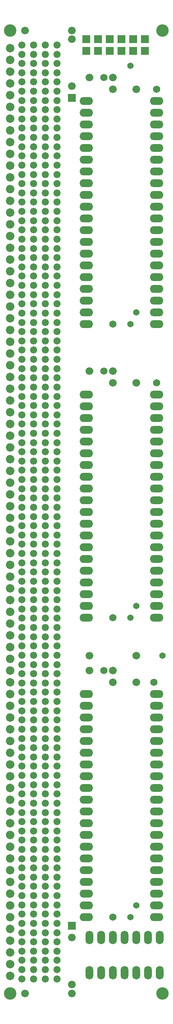
<source format=gbr>
G04 DesignSpark PCB Gerber Version 13.0 Build *
%FSLAX35Y35*%
%MOIN*%
%ADD79O,0.06600X0.11600*%
%ADD76R,0.06600X0.06600*%
%ADD72C,0.05400*%
%ADD78C,0.06112*%
%ADD29C,0.06200*%
%ADD77C,0.06600*%
%ADD75C,0.07214*%
%ADD73C,0.10600*%
%ADD74O,0.11600X0.06600*%
X0Y0D02*
D02*
D29*
X99221Y287750D03*
Y542750D03*
Y792750D03*
X106721Y77750D03*
Y332750D03*
Y582750D03*
X141721Y277750D03*
X144221Y532750D03*
Y782750D03*
D02*
D72*
X121721Y77750D03*
Y332750D03*
Y582750D03*
Y802750D03*
X126721Y87750D03*
Y342750D03*
Y592750D03*
X149221Y300250D03*
D02*
D73*
X19221Y12750D03*
Y832750D03*
X149221Y12750D03*
Y832750D03*
D02*
D74*
X84221Y77750D03*
Y87750D03*
Y97750D03*
Y107750D03*
Y117750D03*
Y127750D03*
Y137750D03*
Y147750D03*
Y157750D03*
Y167750D03*
Y177750D03*
Y187750D03*
Y197750D03*
Y207750D03*
Y217750D03*
Y227750D03*
Y237750D03*
Y247750D03*
Y257750D03*
Y267750D03*
Y332750D03*
Y342750D03*
Y352750D03*
Y362750D03*
Y372750D03*
Y382750D03*
Y392750D03*
Y402750D03*
Y412750D03*
Y422750D03*
Y432750D03*
Y442750D03*
Y452750D03*
Y462750D03*
Y472750D03*
Y482750D03*
Y492750D03*
Y502750D03*
Y512750D03*
Y522750D03*
Y582750D03*
Y592750D03*
Y602750D03*
Y612750D03*
Y622750D03*
Y632750D03*
Y642750D03*
Y652750D03*
Y662750D03*
Y672750D03*
Y682750D03*
Y692750D03*
Y702750D03*
Y712750D03*
Y722750D03*
Y732750D03*
Y742750D03*
Y752750D03*
Y762750D03*
Y772750D03*
X144221Y77750D03*
Y87750D03*
Y97750D03*
Y107750D03*
Y117750D03*
Y127750D03*
Y137750D03*
Y147750D03*
Y157750D03*
Y167750D03*
Y177750D03*
Y187750D03*
Y197750D03*
Y207750D03*
Y217750D03*
Y227750D03*
Y237750D03*
Y247750D03*
Y257750D03*
Y267750D03*
Y332750D03*
Y342750D03*
Y352750D03*
Y362750D03*
Y372750D03*
Y382750D03*
Y392750D03*
Y402750D03*
Y412750D03*
Y422750D03*
Y432750D03*
Y442750D03*
Y452750D03*
Y462750D03*
Y472750D03*
Y482750D03*
Y492750D03*
Y502750D03*
Y512750D03*
Y522750D03*
Y582750D03*
Y592750D03*
Y602750D03*
Y612750D03*
Y622750D03*
Y632750D03*
Y642750D03*
Y652750D03*
Y662750D03*
Y672750D03*
Y682750D03*
Y692750D03*
Y702750D03*
Y712750D03*
Y722750D03*
Y732750D03*
Y742750D03*
Y752750D03*
Y762750D03*
Y772750D03*
D02*
D75*
X19221Y27750D03*
Y37750D03*
Y47750D03*
Y57750D03*
Y67750D03*
Y77750D03*
Y87750D03*
Y97750D03*
Y107750D03*
Y117750D03*
Y127750D03*
Y137750D03*
Y147750D03*
Y157750D03*
Y167750D03*
Y177750D03*
Y187750D03*
Y197750D03*
Y207750D03*
Y217750D03*
Y227750D03*
Y237750D03*
Y247750D03*
Y257750D03*
Y267750D03*
Y277750D03*
Y287750D03*
Y297750D03*
Y307750D03*
Y317750D03*
Y327750D03*
Y337750D03*
Y347750D03*
Y357750D03*
Y367750D03*
Y377750D03*
Y387750D03*
Y397750D03*
Y407750D03*
Y417750D03*
Y427750D03*
Y437750D03*
Y447750D03*
Y457750D03*
Y467750D03*
Y477750D03*
Y487750D03*
Y497750D03*
Y507750D03*
Y517750D03*
Y527750D03*
Y537750D03*
Y547750D03*
Y557750D03*
Y567750D03*
Y577750D03*
Y587750D03*
Y597750D03*
Y607750D03*
Y617750D03*
Y627750D03*
Y637750D03*
Y647750D03*
Y657750D03*
Y667750D03*
Y677750D03*
Y687750D03*
Y697750D03*
Y707750D03*
Y717750D03*
Y727750D03*
Y737750D03*
Y747750D03*
Y757750D03*
Y767750D03*
Y777750D03*
Y787750D03*
Y797750D03*
Y807750D03*
Y817750D03*
D02*
D76*
X71721Y70250D03*
Y775250D03*
X84221Y815250D03*
Y825250D03*
X94221Y815250D03*
Y825250D03*
X104221Y815250D03*
Y825250D03*
X114221Y815250D03*
Y825250D03*
X124221Y815250D03*
Y825250D03*
X134221Y815250D03*
Y825250D03*
D02*
D77*
X31721Y12750D03*
Y832750D03*
X71721Y12750D03*
Y20250D03*
Y60250D03*
Y785250D03*
Y825250D03*
Y832750D03*
X86721Y287750D03*
Y300250D03*
Y542750D03*
Y792750D03*
X106721Y277750D03*
Y287750D03*
Y532750D03*
Y542750D03*
Y782750D03*
Y792750D03*
X126721Y277750D03*
Y300250D03*
Y532750D03*
Y782750D03*
D02*
D78*
X29221Y25112D03*
Y32986D03*
Y40860D03*
Y48734D03*
Y56608D03*
Y64482D03*
Y72356D03*
Y80230D03*
Y88104D03*
Y95978D03*
Y103852D03*
Y111726D03*
Y119600D03*
Y127474D03*
Y135348D03*
Y143222D03*
Y151096D03*
Y158970D03*
Y166844D03*
Y174719D03*
Y182593D03*
Y190467D03*
Y198341D03*
Y206215D03*
Y214089D03*
Y221963D03*
Y229837D03*
Y237711D03*
Y245585D03*
Y253459D03*
Y261333D03*
Y269207D03*
Y277081D03*
Y284955D03*
Y292829D03*
Y300703D03*
Y308577D03*
Y316451D03*
Y324325D03*
Y332199D03*
Y340073D03*
Y347947D03*
Y355821D03*
Y363695D03*
Y371569D03*
Y379443D03*
Y387317D03*
Y395191D03*
Y403065D03*
Y410939D03*
Y418813D03*
Y426687D03*
Y434561D03*
Y442435D03*
Y450309D03*
Y458183D03*
Y466057D03*
Y473931D03*
Y481805D03*
Y489679D03*
Y497553D03*
Y505427D03*
Y513301D03*
Y521175D03*
Y529049D03*
Y536923D03*
Y544797D03*
Y552671D03*
Y560545D03*
Y568419D03*
Y576293D03*
Y584167D03*
Y592041D03*
Y599915D03*
Y607789D03*
Y615663D03*
Y623537D03*
Y631411D03*
Y639285D03*
Y647159D03*
Y655033D03*
Y662907D03*
Y670781D03*
Y678656D03*
Y686530D03*
Y694404D03*
Y702278D03*
Y710152D03*
Y718026D03*
Y725900D03*
Y733774D03*
Y741648D03*
Y749522D03*
Y757396D03*
Y765270D03*
Y773144D03*
Y781018D03*
Y788892D03*
Y796766D03*
Y804640D03*
Y812514D03*
Y820388D03*
X39221Y25112D03*
Y32986D03*
Y40860D03*
Y48734D03*
Y56608D03*
Y64482D03*
Y72356D03*
Y80230D03*
Y88104D03*
Y95978D03*
Y103852D03*
Y111726D03*
Y119600D03*
Y127474D03*
Y135348D03*
Y143222D03*
Y151096D03*
Y158970D03*
Y166844D03*
Y174719D03*
Y182593D03*
Y190467D03*
Y198341D03*
Y206215D03*
Y214089D03*
Y221963D03*
Y229837D03*
Y237711D03*
Y245585D03*
Y253459D03*
Y261333D03*
Y269207D03*
Y277081D03*
Y284955D03*
Y292829D03*
Y300703D03*
Y308577D03*
Y316451D03*
Y324325D03*
Y332199D03*
Y340073D03*
Y347947D03*
Y355821D03*
Y363695D03*
Y371569D03*
Y379443D03*
Y387317D03*
Y395191D03*
Y403065D03*
Y410939D03*
Y418813D03*
Y426687D03*
Y434561D03*
Y442435D03*
Y450309D03*
Y458183D03*
Y466057D03*
Y473931D03*
Y481805D03*
Y489679D03*
Y497553D03*
Y505427D03*
Y513301D03*
Y521175D03*
Y529049D03*
Y536923D03*
Y544797D03*
Y552671D03*
Y560545D03*
Y568419D03*
Y576293D03*
Y584167D03*
Y592041D03*
Y599915D03*
Y607789D03*
Y615663D03*
Y623537D03*
Y631411D03*
Y639285D03*
Y647159D03*
Y655033D03*
Y662907D03*
Y670781D03*
Y678656D03*
Y686530D03*
Y694404D03*
Y702278D03*
Y710152D03*
Y718026D03*
Y725900D03*
Y733774D03*
Y741648D03*
Y749522D03*
Y757396D03*
Y765270D03*
Y773144D03*
Y781018D03*
Y788892D03*
Y796766D03*
Y804640D03*
Y812514D03*
Y820388D03*
X49221Y25112D03*
Y32986D03*
Y40860D03*
Y48734D03*
Y56608D03*
Y64482D03*
Y72356D03*
Y80230D03*
Y88104D03*
Y95978D03*
Y103852D03*
Y111726D03*
Y119600D03*
Y127474D03*
Y135348D03*
Y143222D03*
Y151096D03*
Y158970D03*
Y166844D03*
Y174719D03*
Y182593D03*
Y190467D03*
Y198341D03*
Y206215D03*
Y214089D03*
Y221963D03*
Y229837D03*
Y237711D03*
Y245585D03*
Y253459D03*
Y261333D03*
Y269207D03*
Y277081D03*
Y284955D03*
Y292829D03*
Y300703D03*
Y308577D03*
Y316451D03*
Y324325D03*
Y332199D03*
Y340073D03*
Y347947D03*
Y355821D03*
Y363695D03*
Y371569D03*
Y379443D03*
Y387317D03*
Y395191D03*
Y403065D03*
Y410939D03*
Y418813D03*
Y426687D03*
Y434561D03*
Y442435D03*
Y450309D03*
Y458183D03*
Y466057D03*
Y473931D03*
Y481805D03*
Y489679D03*
Y497553D03*
Y505427D03*
Y513301D03*
Y521175D03*
Y529049D03*
Y536923D03*
Y544797D03*
Y552671D03*
Y560545D03*
Y568419D03*
Y576293D03*
Y584167D03*
Y592041D03*
Y599915D03*
Y607789D03*
Y615663D03*
Y623537D03*
Y631411D03*
Y639285D03*
Y647159D03*
Y655033D03*
Y662907D03*
Y670781D03*
Y678656D03*
Y686530D03*
Y694404D03*
Y702278D03*
Y710152D03*
Y718026D03*
Y725900D03*
Y733774D03*
Y741648D03*
Y749522D03*
Y757396D03*
Y765270D03*
Y773144D03*
Y781018D03*
Y788892D03*
Y796766D03*
Y804640D03*
Y812514D03*
Y820388D03*
X59221Y25112D03*
Y32986D03*
Y40860D03*
Y48734D03*
Y56608D03*
Y64482D03*
Y72356D03*
Y80230D03*
Y88104D03*
Y95978D03*
Y103852D03*
Y111726D03*
Y119600D03*
Y127474D03*
Y135348D03*
Y143222D03*
Y151096D03*
Y158970D03*
Y166844D03*
Y174719D03*
Y182593D03*
Y190467D03*
Y198341D03*
Y206215D03*
Y214089D03*
Y221963D03*
Y229837D03*
Y237711D03*
Y245585D03*
Y253459D03*
Y261333D03*
Y269207D03*
Y277081D03*
Y284955D03*
Y292829D03*
Y300703D03*
Y308577D03*
Y316451D03*
Y324325D03*
Y332199D03*
Y340073D03*
Y347947D03*
Y355821D03*
Y363695D03*
Y371569D03*
Y379443D03*
Y387317D03*
Y395191D03*
Y403065D03*
Y410939D03*
Y418813D03*
Y426687D03*
Y434561D03*
Y442435D03*
Y450309D03*
Y458183D03*
Y466057D03*
Y473931D03*
Y481805D03*
Y489679D03*
Y497553D03*
Y505427D03*
Y513301D03*
Y521175D03*
Y529049D03*
Y536923D03*
Y544797D03*
Y552671D03*
Y560545D03*
Y568419D03*
Y576293D03*
Y584167D03*
Y592041D03*
Y599915D03*
Y607789D03*
Y615663D03*
Y623537D03*
Y631411D03*
Y639285D03*
Y647159D03*
Y655033D03*
Y662907D03*
Y670781D03*
Y678656D03*
Y686530D03*
Y694404D03*
Y702278D03*
Y710152D03*
Y718026D03*
Y725900D03*
Y733774D03*
Y741648D03*
Y749522D03*
Y757396D03*
Y765270D03*
Y773144D03*
Y781018D03*
Y788892D03*
Y796766D03*
Y804640D03*
Y812514D03*
Y820388D03*
D02*
D79*
X86721Y30250D03*
Y60250D03*
X96721Y30250D03*
Y60250D03*
X106721Y30250D03*
Y60250D03*
X116721Y30250D03*
Y60250D03*
X126721Y30250D03*
Y60250D03*
X136721Y30250D03*
Y60250D03*
X146721Y30250D03*
Y60250D03*
X0Y0D02*
M02*

</source>
